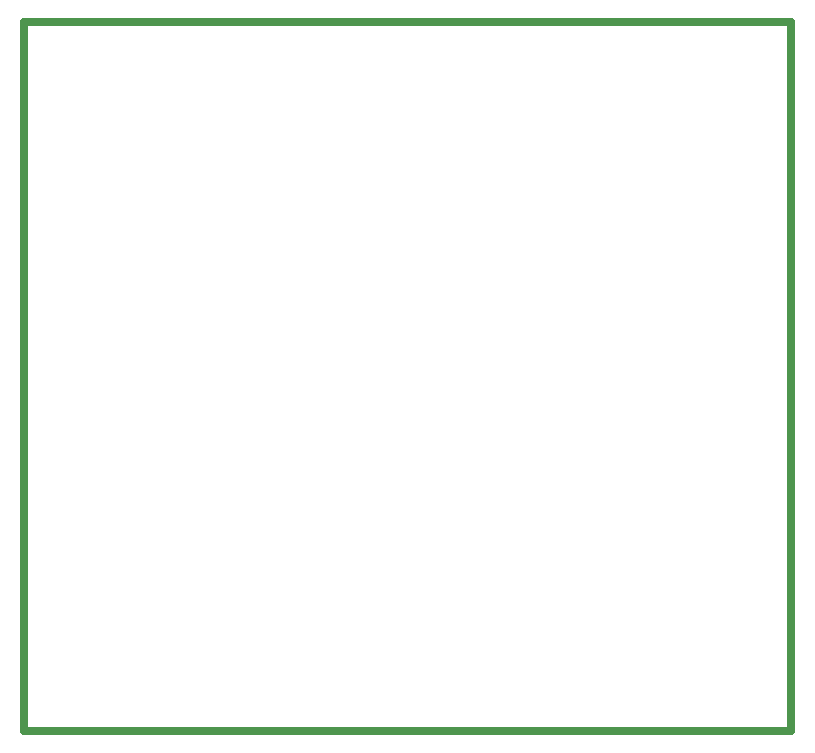
<source format=gbr>
G04 (created by PCBNEW (2013-mar-13)-testing) date Tue 12 Nov 2013 05:41:53 PM PST*
%MOIN*%
G04 Gerber Fmt 3.4, Leading zero omitted, Abs format*
%FSLAX34Y34*%
G01*
G70*
G90*
G04 APERTURE LIST*
%ADD10C,0.005906*%
%ADD11C,0.027559*%
G04 APERTURE END LIST*
G54D10*
G54D11*
X43307Y-41338D02*
X43307Y-17716D01*
X17716Y-41338D02*
X43307Y-41338D01*
X17716Y-17716D02*
X17716Y-41338D01*
X17716Y-17716D02*
X43307Y-17716D01*
M02*

</source>
